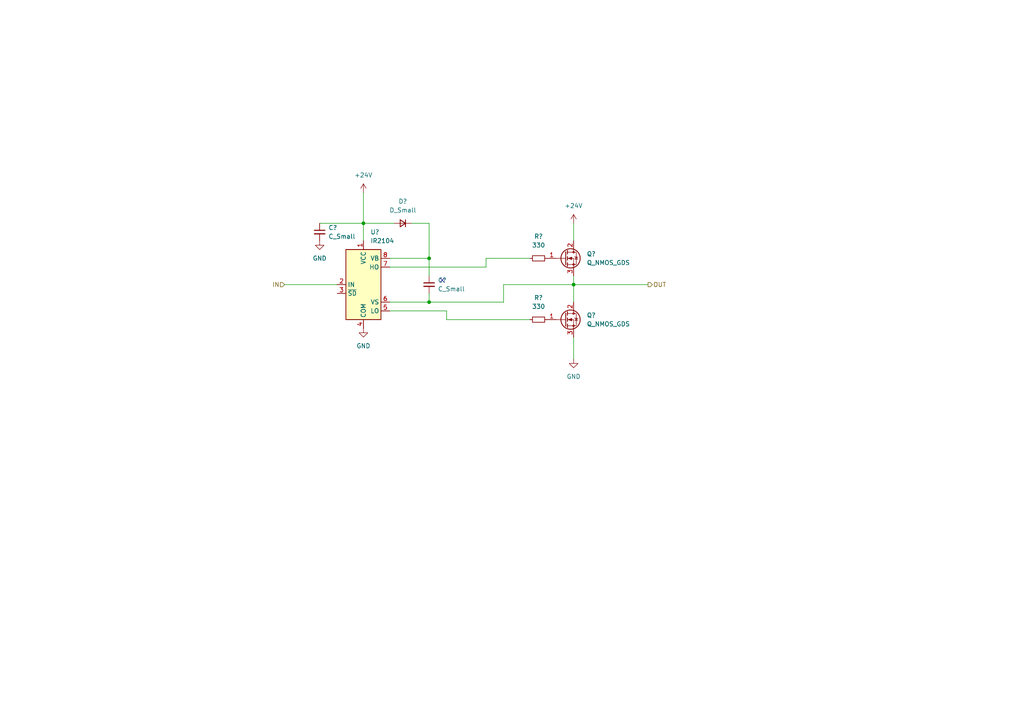
<source format=kicad_sch>
(kicad_sch (version 20211123) (generator eeschema)
  (paper "A4")
  (lib_symbols
    (symbol "Device:C_Small" (pin_numbers hide) (pin_names (offset 0.254) hide)
      (property "Reference" "C" (at 0.254 1.778 0))
      (property "Value" "C_Small" (at 0.254 -2.032 0))
      (symbol "C_Small_0_1"
        (polyline (pts (xy -1.524 -0.508) (xy 1.524 -0.508)) (stroke (width 0.3302)))
        (polyline (pts (xy -1.524 0.508) (xy 1.524 0.508)) (stroke (width 0.3048)))
      )
      (symbol "C_Small_1_1"
        (pin passive line (at 0 2.54 270) (length 2.032) (name "~") (number "1"))
        (pin passive line (at 0 -2.54 90) (length 2.032) (name "~") (number "2"))
      )
    )
    (symbol "Device:D_Small" (pin_numbers hide) (pin_names (offset 0.254) hide)
      (property "Reference" "D" (at -1.27 2.032 0))
      (property "Value" "D_Small" (at -3.81 -2.032 0))
      (symbol "D_Small_0_1"
        (polyline (pts (xy -0.762 -1.016) (xy -0.762 1.016)) (stroke (width 0.254)))
        (polyline (pts (xy -0.762 0) (xy 0.762 0)))
        (polyline (pts (xy 0.762 -1.016) (xy -0.762 0) (xy 0.762 1.016) (xy 0.762 -1.016)) (stroke (width 0.254)))
      )
      (symbol "D_Small_1_1"
        (pin passive line (at -2.54 0 0) (length 1.778) (name "K") (number "1"))
        (pin passive line (at 2.54 0 180) (length 1.778) (name "A") (number "2"))
      )
    )
    (symbol "Device:Q_NMOS_GDS" (pin_names (offset 0) hide)
      (property "Reference" "Q" (at 5.08 1.27 0))
      (property "Value" "Q_NMOS_GDS" (at 5.08 -1.27 0))
      (symbol "Q_NMOS_GDS_0_1"
        (polyline (pts (xy 0.254 0) (xy -2.54 0)))
        (polyline (pts (xy 0.254 1.905) (xy 0.254 -1.905)) (stroke (width 0.254)))
        (polyline (pts (xy 0.762 -1.27) (xy 0.762 -2.286)) (stroke (width 0.254)))
        (polyline (pts (xy 0.762 0.508) (xy 0.762 -0.508)) (stroke (width 0.254)))
        (polyline (pts (xy 0.762 2.286) (xy 0.762 1.27)) (stroke (width 0.254)))
        (polyline (pts (xy 2.54 2.54) (xy 2.54 1.778)))
        (polyline (pts (xy 2.54 -2.54) (xy 2.54 0) (xy 0.762 0)))
        (polyline (pts (xy 0.762 -1.778) (xy 3.302 -1.778) (xy 3.302 1.778) (xy 0.762 1.778)))
        (polyline (pts (xy 1.016 0) (xy 2.032 0.381) (xy 2.032 -0.381) (xy 1.016 0)) (fill (type outline)))
        (polyline (pts (xy 2.794 0.508) (xy 2.921 0.381) (xy 3.683 0.381) (xy 3.81 0.254)))
        (polyline (pts (xy 3.302 0.381) (xy 2.921 -0.254) (xy 3.683 -0.254) (xy 3.302 0.381)))
        (circle (center 1.651 0) (radius 2.794) (stroke (width 0.254)))
        (circle (center 2.54 -1.778) (radius 0.254) (fill (type outline)))
        (circle (center 2.54 1.778) (radius 0.254) (fill (type outline)))
      )
      (symbol "Q_NMOS_GDS_1_1"
        (pin input line (at -5.08 0 0) (length 2.54) (name "G") (number "1"))
        (pin passive line (at 2.54 5.08 270) (length 2.54) (name "D") (number "2"))
        (pin passive line (at 2.54 -5.08 90) (length 2.54) (name "S") (number "3"))
      )
    )
    (symbol "Device:R_Small" (pin_numbers hide) (pin_names (offset 0.254) hide)
      (property "Reference" "R" (at 0.762 0.508 0))
      (property "Value" "R_Small" (at 0.762 -1.016 0))
      (symbol "R_Small_0_1"
        (rectangle (start -0.762 1.778) (end 0.762 -1.778) (stroke (width 0.2032)))
      )
      (symbol "R_Small_1_1"
        (pin passive line (at 0 2.54 270) (length 0.762) (name "~") (number "1"))
        (pin passive line (at 0 -2.54 90) (length 0.762) (name "~") (number "2"))
      )
    )
    (symbol "Driver_FET:IR2104"
      (property "Reference" "U" (at 1.27 13.335 0))
      (property "Value" "IR2104" (at 1.27 11.43 0))
      (symbol "IR2104_0_1"
        (rectangle (start -5.08 -10.16) (end 5.08 10.16) (stroke (width 0.254)) (fill (type background)))
      )
      (symbol "IR2104_1_1"
        (pin power_in line (at 0 12.7 270) (length 2.54) (name "VCC") (number "1"))
        (pin input line (at -7.62 0 0) (length 2.54) (name "IN") (number "2"))
        (pin input line (at -7.62 -2.54 0) (length 2.54) (name "~{SD}") (number "3"))
        (pin power_in line (at 0 -12.7 90) (length 2.54) (name "COM") (number "4"))
        (pin output line (at 7.62 -7.62 180) (length 2.54) (name "LO") (number "5"))
        (pin passive line (at 7.62 -5.08 180) (length 2.54) (name "VS") (number "6"))
        (pin output line (at 7.62 5.08 180) (length 2.54) (name "HO") (number "7"))
        (pin passive line (at 7.62 7.62 180) (length 2.54) (name "VB") (number "8"))
      )
    )
    (symbol "power:+24V" (power) (pin_names (offset 0))
      (property "Value" "+24V" (at 0 3.556 0))
      (symbol "+24V_0_1"
        (polyline (pts (xy -0.762 1.27) (xy 0 2.54)))
        (polyline (pts (xy 0 0) (xy 0 2.54)))
        (polyline (pts (xy 0 2.54) (xy 0.762 1.27)))
      )
      (symbol "+24V_1_1"
        (pin power_in line (at 0 0 90) (length 0) hide (name "+24V") (number "1"))
      )
    )
    (symbol "power:GND" (power) (pin_names (offset 0))
      (property "Value" "GND" (at 0 -3.81 0))
      (symbol "GND_0_1"
        (polyline (pts (xy 0 0) (xy 0 -1.27) (xy 1.27 -1.27) (xy 0 -2.54) (xy -1.27 -1.27) (xy 0 -1.27)))
      )
      (symbol "GND_1_1"
        (pin power_in line (at 0 0 270) (length 0) hide (name "GND") (number "1"))
      )
    )
  )
  (junction (at 166.37 82.55))
  (junction (at 105.41 64.77))
  (junction (at 124.46 74.93))
  (junction (at 124.46 87.63))
  (no_connect (at 128.27 81.28))
  (wire (pts (xy 166.37 82.55) (xy 187.96 82.55)))
  (wire (pts (xy 114.3 64.77) (xy 105.41 64.77)))
  (wire (pts (xy 166.37 97.79) (xy 166.37 104.14)))
  (wire (pts (xy 146.05 87.63) (xy 146.05 82.55)))
  (wire (pts (xy 124.46 80.01) (xy 124.46 74.93)))
  (wire (pts (xy 124.46 87.63) (xy 146.05 87.63)))
  (wire (pts (xy 113.03 90.17) (xy 129.54 90.17)))
  (wire (pts (xy 166.37 82.55) (xy 166.37 87.63)))
  (wire (pts (xy 105.41 55.88) (xy 105.41 64.77)))
  (wire (pts (xy 124.46 64.77) (xy 119.38 64.77)))
  (wire (pts (xy 113.03 87.63) (xy 124.46 87.63)))
  (wire (pts (xy 166.37 64.77) (xy 166.37 69.85)))
  (wire (pts (xy 82.55 82.55) (xy 97.79 82.55)))
  (wire (pts (xy 140.97 74.93) (xy 140.97 77.47)))
  (wire (pts (xy 166.37 80.01) (xy 166.37 82.55)))
  (wire (pts (xy 146.05 82.55) (xy 166.37 82.55)))
  (wire (pts (xy 140.97 77.47) (xy 113.03 77.47)))
  (wire (pts (xy 153.67 74.93) (xy 140.97 74.93)))
  (wire (pts (xy 129.54 90.17) (xy 129.54 92.71)))
  (wire (pts (xy 124.46 87.63) (xy 124.46 85.09)))
  (wire (pts (xy 129.54 92.71) (xy 153.67 92.71)))
  (wire (pts (xy 124.46 74.93) (xy 124.46 64.77)))
  (wire (pts (xy 92.71 64.77) (xy 105.41 64.77)))
  (wire (pts (xy 105.41 64.77) (xy 105.41 69.85)))
  (wire (pts (xy 124.46 74.93) (xy 113.03 74.93)))
  (hierarchical_label "IN" (shape input) (at 82.55 82.55 180))
  (hierarchical_label "OUT" (shape output) (at 187.96 82.55 0))
  (symbol (lib_id "Device:Q_NMOS_GDS") (at 163.83 92.71 0)
    (property "Reference" "Q?" (at 170.18 91.4399 0) (effects (justify left)))
    (property "Value" "Q_NMOS_GDS" (at 170.18 93.9799 0) (effects (justify left)))
  )
  (symbol (lib_id "power:+24V") (at 105.41 55.88 0)
    (property "Reference" "#PWR?" (effects hide))
    (property "Value" "+24V" (at 105.41 50.8 0))
  )
  (symbol (lib_id "Device:Q_NMOS_GDS") (at 163.83 74.93 0)
    (property "Reference" "Q?" (at 170.18 73.6599 0) (effects (justify left)))
    (property "Value" "Q_NMOS_GDS" (at 170.18 76.1999 0) (effects (justify left)))
  )
  (symbol (lib_id "power:GND") (at 105.41 95.25 0)
    (property "Reference" "#PWR?" (effects hide))
    (property "Value" "GND" (at 105.41 100.33 0))
  )
  (symbol (lib_id "Device:C_Small") (at 92.71 67.31 0)
    (property "Reference" "C?" (at 95.25 66.0462 0) (effects (justify left)))
    (property "Value" "C_Small" (at 95.25 68.5862 0) (effects (justify left)))
  )
  (symbol (lib_id "Driver_FET:IR2104") (at 105.41 82.55 0)
    (property "Reference" "U?" (at 107.4294 67.31 0) (effects (justify left)))
    (property "Value" "IR2104" (at 107.4294 69.85 0) (effects (justify left)))
    (property "Datasheet" "https://www.infineon.com/dgdl/ir2104.pdf?fileId=5546d462533600a4015355c7c1c31671" (effects hide))
  )
  (symbol (lib_id "power:GND") (at 166.37 104.14 0)
    (property "Reference" "#PWR?" (effects hide))
    (property "Value" "GND" (at 166.37 109.22 0))
  )
  (symbol (lib_id "Device:D_Small") (at 116.84 64.77 180)
    (property "Reference" "D?" (at 116.84 58.42 0))
    (property "Value" "D_Small" (at 116.84 60.96 0))
  )
  (symbol (lib_id "Device:C_Small") (at 124.46 82.55 0)
    (property "Reference" "C?" (at 127 81.2862 0) (effects (justify left)))
    (property "Value" "C_Small" (at 127 83.8262 0) (effects (justify left)))
  )
  (symbol (lib_id "power:+24V") (at 166.37 64.77 0)
    (property "Reference" "#PWR?" (effects hide))
    (property "Value" "+24V" (at 166.37 59.69 0))
  )
  (symbol (lib_id "Device:R_Small") (at 156.21 92.71 90)
    (property "Reference" "R?" (at 156.21 86.36 90))
    (property "Value" "330" (at 156.21 88.9 90))
  )
  (symbol (lib_id "power:GND") (at 92.71 69.85 0)
    (property "Reference" "#PWR?" (effects hide))
    (property "Value" "GND" (at 92.71 74.93 0))
  )
  (symbol (lib_id "Device:R_Small") (at 156.21 74.93 90)
    (property "Reference" "R?" (at 156.21 68.58 90))
    (property "Value" "330" (at 156.21 71.12 90))
  )
)
</source>
